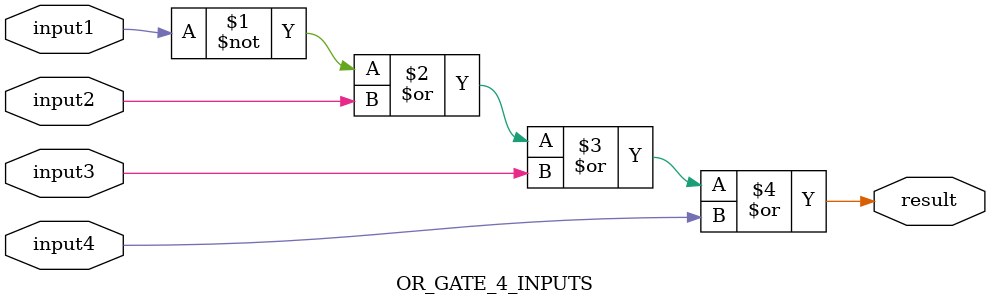
<source format=v>
module OR_GATE_4_INPUTS(	// file.cleaned.mlir:2:3
  input  input1,	// file.cleaned.mlir:2:34
         input2,	// file.cleaned.mlir:2:51
         input3,	// file.cleaned.mlir:2:68
         input4,	// file.cleaned.mlir:2:85
  output result	// file.cleaned.mlir:2:103
);

  assign result = ~input1 | input2 | input3 | input4;	// file.cleaned.mlir:4:10, :5:10, :6:5
endmodule


</source>
